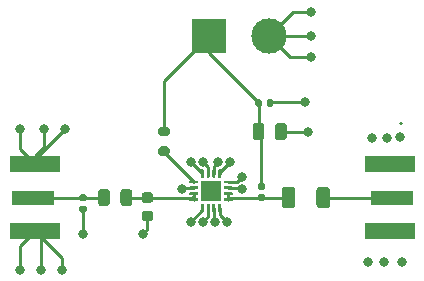
<source format=gtl>
%TF.GenerationSoftware,KiCad,Pcbnew,(5.1.9)-1*%
%TF.CreationDate,2021-06-07T18:16:05+02:00*%
%TF.ProjectId,AmplificadorV1,416d706c-6966-4696-9361-646f7256312e,rev?*%
%TF.SameCoordinates,Original*%
%TF.FileFunction,Copper,L1,Top*%
%TF.FilePolarity,Positive*%
%FSLAX46Y46*%
G04 Gerber Fmt 4.6, Leading zero omitted, Abs format (unit mm)*
G04 Created by KiCad (PCBNEW (5.1.9)-1) date 2021-06-07 18:16:05*
%MOMM*%
%LPD*%
G01*
G04 APERTURE LIST*
%TA.AperFunction,SMDPad,CuDef*%
%ADD10R,3.600000X1.270000*%
%TD*%
%TA.AperFunction,SMDPad,CuDef*%
%ADD11R,4.200000X1.350000*%
%TD*%
%TA.AperFunction,SMDPad,CuDef*%
%ADD12R,1.750000X1.750000*%
%TD*%
%TA.AperFunction,ComponentPad*%
%ADD13C,3.000000*%
%TD*%
%TA.AperFunction,ComponentPad*%
%ADD14R,3.000000X3.000000*%
%TD*%
%TA.AperFunction,ViaPad*%
%ADD15C,0.800000*%
%TD*%
%TA.AperFunction,Conductor*%
%ADD16C,0.250000*%
%TD*%
%TA.AperFunction,Conductor*%
%ADD17C,0.293370*%
%TD*%
G04 APERTURE END LIST*
D10*
%TO.P,J3,1*%
%TO.N,Net-(18pF1-Pad1)*%
X175006000Y-101600000D03*
D11*
%TO.P,J3,2*%
%TO.N,GND*%
X174806000Y-98775000D03*
X174806000Y-104425000D03*
%TD*%
D10*
%TO.P,J1,1*%
%TO.N,se\u00F1al*%
X144580000Y-101600000D03*
D11*
%TO.P,J1,2*%
%TO.N,GND*%
X144780000Y-104425000D03*
X144780000Y-98775000D03*
%TD*%
D12*
%TO.P,U1,17*%
%TO.N,N/C*%
X159690000Y-101030500D03*
%TO.P,U1,16*%
%TO.N,Net-(U1-Pad16)*%
%TA.AperFunction,SMDPad,CuDef*%
G36*
G01*
X158815000Y-99893000D02*
X158815000Y-99243000D01*
G75*
G02*
X158877500Y-99180500I62500J0D01*
G01*
X159002500Y-99180500D01*
G75*
G02*
X159065000Y-99243000I0J-62500D01*
G01*
X159065000Y-99893000D01*
G75*
G02*
X159002500Y-99955500I-62500J0D01*
G01*
X158877500Y-99955500D01*
G75*
G02*
X158815000Y-99893000I0J62500D01*
G01*
G37*
%TD.AperFunction*%
%TO.P,U1,15*%
%TO.N,Net-(U1-Pad15)*%
%TA.AperFunction,SMDPad,CuDef*%
G36*
G01*
X159315000Y-99893000D02*
X159315000Y-99243000D01*
G75*
G02*
X159377500Y-99180500I62500J0D01*
G01*
X159502500Y-99180500D01*
G75*
G02*
X159565000Y-99243000I0J-62500D01*
G01*
X159565000Y-99893000D01*
G75*
G02*
X159502500Y-99955500I-62500J0D01*
G01*
X159377500Y-99955500D01*
G75*
G02*
X159315000Y-99893000I0J62500D01*
G01*
G37*
%TD.AperFunction*%
%TO.P,U1,14*%
%TO.N,Net-(U1-Pad14)*%
%TA.AperFunction,SMDPad,CuDef*%
G36*
G01*
X159815000Y-99893000D02*
X159815000Y-99243000D01*
G75*
G02*
X159877500Y-99180500I62500J0D01*
G01*
X160002500Y-99180500D01*
G75*
G02*
X160065000Y-99243000I0J-62500D01*
G01*
X160065000Y-99893000D01*
G75*
G02*
X160002500Y-99955500I-62500J0D01*
G01*
X159877500Y-99955500D01*
G75*
G02*
X159815000Y-99893000I0J62500D01*
G01*
G37*
%TD.AperFunction*%
%TO.P,U1,13*%
%TO.N,Net-(U1-Pad13)*%
%TA.AperFunction,SMDPad,CuDef*%
G36*
G01*
X160315000Y-99893000D02*
X160315000Y-99243000D01*
G75*
G02*
X160377500Y-99180500I62500J0D01*
G01*
X160502500Y-99180500D01*
G75*
G02*
X160565000Y-99243000I0J-62500D01*
G01*
X160565000Y-99893000D01*
G75*
G02*
X160502500Y-99955500I-62500J0D01*
G01*
X160377500Y-99955500D01*
G75*
G02*
X160315000Y-99893000I0J62500D01*
G01*
G37*
%TD.AperFunction*%
%TO.P,U1,12*%
%TO.N,Net-(U1-Pad12)*%
%TA.AperFunction,SMDPad,CuDef*%
G36*
G01*
X160765000Y-100343000D02*
X160765000Y-100218000D01*
G75*
G02*
X160827500Y-100155500I62500J0D01*
G01*
X161477500Y-100155500D01*
G75*
G02*
X161540000Y-100218000I0J-62500D01*
G01*
X161540000Y-100343000D01*
G75*
G02*
X161477500Y-100405500I-62500J0D01*
G01*
X160827500Y-100405500D01*
G75*
G02*
X160765000Y-100343000I0J62500D01*
G01*
G37*
%TD.AperFunction*%
%TO.P,U1,11*%
%TO.N,Net-(U1-Pad11)*%
%TA.AperFunction,SMDPad,CuDef*%
G36*
G01*
X160765000Y-100843000D02*
X160765000Y-100718000D01*
G75*
G02*
X160827500Y-100655500I62500J0D01*
G01*
X161477500Y-100655500D01*
G75*
G02*
X161540000Y-100718000I0J-62500D01*
G01*
X161540000Y-100843000D01*
G75*
G02*
X161477500Y-100905500I-62500J0D01*
G01*
X160827500Y-100905500D01*
G75*
G02*
X160765000Y-100843000I0J62500D01*
G01*
G37*
%TD.AperFunction*%
%TO.P,U1,10*%
%TO.N,se\u00F1al*%
%TA.AperFunction,SMDPad,CuDef*%
G36*
G01*
X160765000Y-101343000D02*
X160765000Y-101218000D01*
G75*
G02*
X160827500Y-101155500I62500J0D01*
G01*
X161477500Y-101155500D01*
G75*
G02*
X161540000Y-101218000I0J-62500D01*
G01*
X161540000Y-101343000D01*
G75*
G02*
X161477500Y-101405500I-62500J0D01*
G01*
X160827500Y-101405500D01*
G75*
G02*
X160765000Y-101343000I0J62500D01*
G01*
G37*
%TD.AperFunction*%
%TO.P,U1,9*%
%TA.AperFunction,SMDPad,CuDef*%
G36*
G01*
X160765000Y-101843000D02*
X160765000Y-101718000D01*
G75*
G02*
X160827500Y-101655500I62500J0D01*
G01*
X161477500Y-101655500D01*
G75*
G02*
X161540000Y-101718000I0J-62500D01*
G01*
X161540000Y-101843000D01*
G75*
G02*
X161477500Y-101905500I-62500J0D01*
G01*
X160827500Y-101905500D01*
G75*
G02*
X160765000Y-101843000I0J62500D01*
G01*
G37*
%TD.AperFunction*%
%TO.P,U1,8*%
%TO.N,Net-(U1-Pad8)*%
%TA.AperFunction,SMDPad,CuDef*%
G36*
G01*
X160315000Y-102818000D02*
X160315000Y-102168000D01*
G75*
G02*
X160377500Y-102105500I62500J0D01*
G01*
X160502500Y-102105500D01*
G75*
G02*
X160565000Y-102168000I0J-62500D01*
G01*
X160565000Y-102818000D01*
G75*
G02*
X160502500Y-102880500I-62500J0D01*
G01*
X160377500Y-102880500D01*
G75*
G02*
X160315000Y-102818000I0J62500D01*
G01*
G37*
%TD.AperFunction*%
%TO.P,U1,7*%
%TO.N,Net-(U1-Pad7)*%
%TA.AperFunction,SMDPad,CuDef*%
G36*
G01*
X159815000Y-102818000D02*
X159815000Y-102168000D01*
G75*
G02*
X159877500Y-102105500I62500J0D01*
G01*
X160002500Y-102105500D01*
G75*
G02*
X160065000Y-102168000I0J-62500D01*
G01*
X160065000Y-102818000D01*
G75*
G02*
X160002500Y-102880500I-62500J0D01*
G01*
X159877500Y-102880500D01*
G75*
G02*
X159815000Y-102818000I0J62500D01*
G01*
G37*
%TD.AperFunction*%
%TO.P,U1,6*%
%TO.N,Net-(U1-Pad6)*%
%TA.AperFunction,SMDPad,CuDef*%
G36*
G01*
X159315000Y-102818000D02*
X159315000Y-102168000D01*
G75*
G02*
X159377500Y-102105500I62500J0D01*
G01*
X159502500Y-102105500D01*
G75*
G02*
X159565000Y-102168000I0J-62500D01*
G01*
X159565000Y-102818000D01*
G75*
G02*
X159502500Y-102880500I-62500J0D01*
G01*
X159377500Y-102880500D01*
G75*
G02*
X159315000Y-102818000I0J62500D01*
G01*
G37*
%TD.AperFunction*%
%TO.P,U1,5*%
%TO.N,Net-(U1-Pad5)*%
%TA.AperFunction,SMDPad,CuDef*%
G36*
G01*
X158815000Y-102818000D02*
X158815000Y-102168000D01*
G75*
G02*
X158877500Y-102105500I62500J0D01*
G01*
X159002500Y-102105500D01*
G75*
G02*
X159065000Y-102168000I0J-62500D01*
G01*
X159065000Y-102818000D01*
G75*
G02*
X159002500Y-102880500I-62500J0D01*
G01*
X158877500Y-102880500D01*
G75*
G02*
X158815000Y-102818000I0J62500D01*
G01*
G37*
%TD.AperFunction*%
%TO.P,U1,4*%
%TO.N,Net-(1.8pF1-Pad1)*%
%TA.AperFunction,SMDPad,CuDef*%
G36*
G01*
X157840000Y-101843000D02*
X157840000Y-101718000D01*
G75*
G02*
X157902500Y-101655500I62500J0D01*
G01*
X158552500Y-101655500D01*
G75*
G02*
X158615000Y-101718000I0J-62500D01*
G01*
X158615000Y-101843000D01*
G75*
G02*
X158552500Y-101905500I-62500J0D01*
G01*
X157902500Y-101905500D01*
G75*
G02*
X157840000Y-101843000I0J62500D01*
G01*
G37*
%TD.AperFunction*%
%TO.P,U1,3*%
%TA.AperFunction,SMDPad,CuDef*%
G36*
G01*
X157840000Y-101343000D02*
X157840000Y-101218000D01*
G75*
G02*
X157902500Y-101155500I62500J0D01*
G01*
X158552500Y-101155500D01*
G75*
G02*
X158615000Y-101218000I0J-62500D01*
G01*
X158615000Y-101343000D01*
G75*
G02*
X158552500Y-101405500I-62500J0D01*
G01*
X157902500Y-101405500D01*
G75*
G02*
X157840000Y-101343000I0J62500D01*
G01*
G37*
%TD.AperFunction*%
%TO.P,U1,2*%
%TO.N,Net-(U1-Pad2)*%
%TA.AperFunction,SMDPad,CuDef*%
G36*
G01*
X157840000Y-100843000D02*
X157840000Y-100718000D01*
G75*
G02*
X157902500Y-100655500I62500J0D01*
G01*
X158552500Y-100655500D01*
G75*
G02*
X158615000Y-100718000I0J-62500D01*
G01*
X158615000Y-100843000D01*
G75*
G02*
X158552500Y-100905500I-62500J0D01*
G01*
X157902500Y-100905500D01*
G75*
G02*
X157840000Y-100843000I0J62500D01*
G01*
G37*
%TD.AperFunction*%
%TO.P,U1,1*%
%TO.N,Net-(R1-Pad1)*%
%TA.AperFunction,SMDPad,CuDef*%
G36*
G01*
X157840000Y-100343000D02*
X157840000Y-100218000D01*
G75*
G02*
X157902500Y-100155500I62500J0D01*
G01*
X158552500Y-100155500D01*
G75*
G02*
X158615000Y-100218000I0J-62500D01*
G01*
X158615000Y-100343000D01*
G75*
G02*
X158552500Y-100405500I-62500J0D01*
G01*
X157902500Y-100405500D01*
G75*
G02*
X157840000Y-100343000I0J62500D01*
G01*
G37*
%TD.AperFunction*%
%TD*%
%TO.P,R1,2*%
%TO.N,VDD*%
%TA.AperFunction,SMDPad,CuDef*%
G36*
G01*
X155977000Y-96412000D02*
X155427000Y-96412000D01*
G75*
G02*
X155227000Y-96212000I0J200000D01*
G01*
X155227000Y-95812000D01*
G75*
G02*
X155427000Y-95612000I200000J0D01*
G01*
X155977000Y-95612000D01*
G75*
G02*
X156177000Y-95812000I0J-200000D01*
G01*
X156177000Y-96212000D01*
G75*
G02*
X155977000Y-96412000I-200000J0D01*
G01*
G37*
%TD.AperFunction*%
%TO.P,R1,1*%
%TO.N,Net-(R1-Pad1)*%
%TA.AperFunction,SMDPad,CuDef*%
G36*
G01*
X155977000Y-98062000D02*
X155427000Y-98062000D01*
G75*
G02*
X155227000Y-97862000I0J200000D01*
G01*
X155227000Y-97462000D01*
G75*
G02*
X155427000Y-97262000I200000J0D01*
G01*
X155977000Y-97262000D01*
G75*
G02*
X156177000Y-97462000I0J-200000D01*
G01*
X156177000Y-97862000D01*
G75*
G02*
X155977000Y-98062000I-200000J0D01*
G01*
G37*
%TD.AperFunction*%
%TD*%
D13*
%TO.P,J2,2*%
%TO.N,GND*%
X164592000Y-87884000D03*
D14*
%TO.P,J2,1*%
%TO.N,VDD*%
X159512000Y-87884000D03*
%TD*%
%TO.P,33nH1,2*%
%TO.N,GND*%
%TA.AperFunction,SMDPad,CuDef*%
G36*
G01*
X148671500Y-102298000D02*
X149016500Y-102298000D01*
G75*
G02*
X149164000Y-102445500I0J-147500D01*
G01*
X149164000Y-102740500D01*
G75*
G02*
X149016500Y-102888000I-147500J0D01*
G01*
X148671500Y-102888000D01*
G75*
G02*
X148524000Y-102740500I0J147500D01*
G01*
X148524000Y-102445500D01*
G75*
G02*
X148671500Y-102298000I147500J0D01*
G01*
G37*
%TD.AperFunction*%
%TO.P,33nH1,1*%
%TO.N,se\u00F1al*%
%TA.AperFunction,SMDPad,CuDef*%
G36*
G01*
X148671500Y-101328000D02*
X149016500Y-101328000D01*
G75*
G02*
X149164000Y-101475500I0J-147500D01*
G01*
X149164000Y-101770500D01*
G75*
G02*
X149016500Y-101918000I-147500J0D01*
G01*
X148671500Y-101918000D01*
G75*
G02*
X148524000Y-101770500I0J147500D01*
G01*
X148524000Y-101475500D01*
G75*
G02*
X148671500Y-101328000I147500J0D01*
G01*
G37*
%TD.AperFunction*%
%TD*%
%TO.P,2.0pF1,2*%
%TO.N,se\u00F1al*%
%TA.AperFunction,SMDPad,CuDef*%
G36*
G01*
X151122000Y-101125000D02*
X151122000Y-102075000D01*
G75*
G02*
X150872000Y-102325000I-250000J0D01*
G01*
X150372000Y-102325000D01*
G75*
G02*
X150122000Y-102075000I0J250000D01*
G01*
X150122000Y-101125000D01*
G75*
G02*
X150372000Y-100875000I250000J0D01*
G01*
X150872000Y-100875000D01*
G75*
G02*
X151122000Y-101125000I0J-250000D01*
G01*
G37*
%TD.AperFunction*%
%TO.P,2.0pF1,1*%
%TO.N,Net-(1.8pF1-Pad1)*%
%TA.AperFunction,SMDPad,CuDef*%
G36*
G01*
X153022000Y-101125000D02*
X153022000Y-102075000D01*
G75*
G02*
X152772000Y-102325000I-250000J0D01*
G01*
X152272000Y-102325000D01*
G75*
G02*
X152022000Y-102075000I0J250000D01*
G01*
X152022000Y-101125000D01*
G75*
G02*
X152272000Y-100875000I250000J0D01*
G01*
X152772000Y-100875000D01*
G75*
G02*
X153022000Y-101125000I0J-250000D01*
G01*
G37*
%TD.AperFunction*%
%TD*%
%TO.P,18pF1,2*%
%TO.N,se\u00F1al*%
%TA.AperFunction,SMDPad,CuDef*%
G36*
G01*
X166818000Y-100949999D02*
X166818000Y-102250001D01*
G75*
G02*
X166568001Y-102500000I-249999J0D01*
G01*
X165917999Y-102500000D01*
G75*
G02*
X165668000Y-102250001I0J249999D01*
G01*
X165668000Y-100949999D01*
G75*
G02*
X165917999Y-100700000I249999J0D01*
G01*
X166568001Y-100700000D01*
G75*
G02*
X166818000Y-100949999I0J-249999D01*
G01*
G37*
%TD.AperFunction*%
%TO.P,18pF1,1*%
%TO.N,Net-(18pF1-Pad1)*%
%TA.AperFunction,SMDPad,CuDef*%
G36*
G01*
X169768000Y-100949999D02*
X169768000Y-102250001D01*
G75*
G02*
X169518001Y-102500000I-249999J0D01*
G01*
X168867999Y-102500000D01*
G75*
G02*
X168618000Y-102250001I0J249999D01*
G01*
X168618000Y-100949999D01*
G75*
G02*
X168867999Y-100700000I249999J0D01*
G01*
X169518001Y-100700000D01*
G75*
G02*
X169768000Y-100949999I0J-249999D01*
G01*
G37*
%TD.AperFunction*%
%TD*%
%TO.P,15nH1,2*%
%TO.N,VDD*%
%TA.AperFunction,SMDPad,CuDef*%
G36*
G01*
X164129500Y-100925000D02*
X163784500Y-100925000D01*
G75*
G02*
X163637000Y-100777500I0J147500D01*
G01*
X163637000Y-100482500D01*
G75*
G02*
X163784500Y-100335000I147500J0D01*
G01*
X164129500Y-100335000D01*
G75*
G02*
X164277000Y-100482500I0J-147500D01*
G01*
X164277000Y-100777500D01*
G75*
G02*
X164129500Y-100925000I-147500J0D01*
G01*
G37*
%TD.AperFunction*%
%TO.P,15nH1,1*%
%TO.N,se\u00F1al*%
%TA.AperFunction,SMDPad,CuDef*%
G36*
G01*
X164129500Y-101895000D02*
X163784500Y-101895000D01*
G75*
G02*
X163637000Y-101747500I0J147500D01*
G01*
X163637000Y-101452500D01*
G75*
G02*
X163784500Y-101305000I147500J0D01*
G01*
X164129500Y-101305000D01*
G75*
G02*
X164277000Y-101452500I0J-147500D01*
G01*
X164277000Y-101747500D01*
G75*
G02*
X164129500Y-101895000I-147500J0D01*
G01*
G37*
%TD.AperFunction*%
%TD*%
%TO.P,100pF1,2*%
%TO.N,VDD*%
%TA.AperFunction,SMDPad,CuDef*%
G36*
G01*
X164203000Y-95537000D02*
X164203000Y-96487000D01*
G75*
G02*
X163953000Y-96737000I-250000J0D01*
G01*
X163453000Y-96737000D01*
G75*
G02*
X163203000Y-96487000I0J250000D01*
G01*
X163203000Y-95537000D01*
G75*
G02*
X163453000Y-95287000I250000J0D01*
G01*
X163953000Y-95287000D01*
G75*
G02*
X164203000Y-95537000I0J-250000D01*
G01*
G37*
%TD.AperFunction*%
%TO.P,100pF1,1*%
%TO.N,GND*%
%TA.AperFunction,SMDPad,CuDef*%
G36*
G01*
X166103000Y-95537000D02*
X166103000Y-96487000D01*
G75*
G02*
X165853000Y-96737000I-250000J0D01*
G01*
X165353000Y-96737000D01*
G75*
G02*
X165103000Y-96487000I0J250000D01*
G01*
X165103000Y-95537000D01*
G75*
G02*
X165353000Y-95287000I250000J0D01*
G01*
X165853000Y-95287000D01*
G75*
G02*
X166103000Y-95537000I0J-250000D01*
G01*
G37*
%TD.AperFunction*%
%TD*%
%TO.P,1.8pF1,2*%
%TO.N,GND*%
%TA.AperFunction,SMDPad,CuDef*%
G36*
G01*
X154055000Y-102700000D02*
X154555000Y-102700000D01*
G75*
G02*
X154780000Y-102925000I0J-225000D01*
G01*
X154780000Y-103375000D01*
G75*
G02*
X154555000Y-103600000I-225000J0D01*
G01*
X154055000Y-103600000D01*
G75*
G02*
X153830000Y-103375000I0J225000D01*
G01*
X153830000Y-102925000D01*
G75*
G02*
X154055000Y-102700000I225000J0D01*
G01*
G37*
%TD.AperFunction*%
%TO.P,1.8pF1,1*%
%TO.N,Net-(1.8pF1-Pad1)*%
%TA.AperFunction,SMDPad,CuDef*%
G36*
G01*
X154055000Y-101150000D02*
X154555000Y-101150000D01*
G75*
G02*
X154780000Y-101375000I0J-225000D01*
G01*
X154780000Y-101825000D01*
G75*
G02*
X154555000Y-102050000I-225000J0D01*
G01*
X154055000Y-102050000D01*
G75*
G02*
X153830000Y-101825000I0J225000D01*
G01*
X153830000Y-101375000D01*
G75*
G02*
X154055000Y-101150000I225000J0D01*
G01*
G37*
%TD.AperFunction*%
%TD*%
%TO.P,0.1uF1,2*%
%TO.N,VDD*%
%TA.AperFunction,SMDPad,CuDef*%
G36*
G01*
X164011000Y-93429000D02*
X164011000Y-93769000D01*
G75*
G02*
X163871000Y-93909000I-140000J0D01*
G01*
X163591000Y-93909000D01*
G75*
G02*
X163451000Y-93769000I0J140000D01*
G01*
X163451000Y-93429000D01*
G75*
G02*
X163591000Y-93289000I140000J0D01*
G01*
X163871000Y-93289000D01*
G75*
G02*
X164011000Y-93429000I0J-140000D01*
G01*
G37*
%TD.AperFunction*%
%TO.P,0.1uF1,1*%
%TO.N,GND*%
%TA.AperFunction,SMDPad,CuDef*%
G36*
G01*
X164971000Y-93429000D02*
X164971000Y-93769000D01*
G75*
G02*
X164831000Y-93909000I-140000J0D01*
G01*
X164551000Y-93909000D01*
G75*
G02*
X164411000Y-93769000I0J140000D01*
G01*
X164411000Y-93429000D01*
G75*
G02*
X164551000Y-93289000I140000J0D01*
G01*
X164831000Y-93289000D01*
G75*
G02*
X164971000Y-93429000I0J-140000D01*
G01*
G37*
%TD.AperFunction*%
%TD*%
D15*
%TO.N,*%
X159690000Y-101030500D03*
%TO.N,GND*%
X168148000Y-85852000D03*
X168148000Y-87884000D03*
X168148000Y-89662000D03*
X175691800Y-96484440D03*
X174360840Y-107045760D03*
X175828960Y-107035600D03*
X172953680Y-107045760D03*
X143510000Y-107696000D03*
X145288000Y-107696000D03*
X147066000Y-107696000D03*
X143510000Y-95758000D03*
X145542000Y-95758000D03*
X147320000Y-95758000D03*
%TO.N,Net-(U1-Pad16)*%
X157988000Y-98552000D03*
%TO.N,Net-(U1-Pad15)*%
X159004000Y-98552000D03*
%TO.N,Net-(U1-Pad13)*%
X161290000Y-98552000D03*
%TO.N,Net-(U1-Pad8)*%
X161036000Y-103632000D03*
%TO.N,Net-(U1-Pad6)*%
X159004000Y-103632000D03*
%TO.N,Net-(U1-Pad5)*%
X157988000Y-103632000D03*
%TO.N,GND*%
X167894000Y-96012000D03*
X173283880Y-96535240D03*
X174625000Y-96535240D03*
X148844000Y-104648000D03*
X153924000Y-104648000D03*
X167640000Y-93472000D03*
%TO.N,Net-(U1-Pad2)*%
X157226000Y-100838000D03*
%TO.N,Net-(U1-Pad7)*%
X160020000Y-103632000D03*
%TO.N,Net-(U1-Pad12)*%
X162306000Y-99822000D03*
%TO.N,Net-(U1-Pad11)*%
X162306000Y-100838000D03*
%TO.N,Net-(U1-Pad14)*%
X160274000Y-98552000D03*
%TD*%
D16*
%TO.N,*%
X159497500Y-100838000D02*
X159690000Y-101030500D01*
X159258000Y-100838000D02*
X159497500Y-100838000D01*
X159827500Y-101030500D02*
X160020000Y-100838000D01*
X159690000Y-101030500D02*
X159827500Y-101030500D01*
%TO.N,VDD*%
X155702000Y-91694000D02*
X159512000Y-87884000D01*
X155702000Y-96012000D02*
X155702000Y-91694000D01*
X163731000Y-95984000D02*
X163703000Y-96012000D01*
X163731000Y-93599000D02*
X163731000Y-95984000D01*
X159512000Y-89380000D02*
X163731000Y-93599000D01*
X159512000Y-87884000D02*
X159512000Y-89380000D01*
X163957000Y-96266000D02*
X163703000Y-96012000D01*
X163957000Y-100630000D02*
X163957000Y-96266000D01*
%TO.N,GND*%
X164818000Y-93472000D02*
X164691000Y-93599000D01*
X167640000Y-93472000D02*
X164818000Y-93472000D01*
X165603000Y-96012000D02*
X167894000Y-96012000D01*
X154305000Y-104267000D02*
X153924000Y-104648000D01*
X154305000Y-103150000D02*
X154305000Y-104267000D01*
X175720000Y-95298000D02*
X175768000Y-95250000D01*
X166624000Y-85852000D02*
X168148000Y-85852000D01*
X164592000Y-87884000D02*
X166624000Y-85852000D01*
X164592000Y-87884000D02*
X168148000Y-87884000D01*
X166370000Y-89662000D02*
X168148000Y-89662000D01*
X164592000Y-87884000D02*
X166370000Y-89662000D01*
X148844000Y-102593000D02*
X148844000Y-104648000D01*
X147066000Y-106711000D02*
X144780000Y-104425000D01*
X147066000Y-107696000D02*
X147066000Y-106711000D01*
X145288000Y-104933000D02*
X144780000Y-104425000D01*
X145288000Y-107696000D02*
X145288000Y-104933000D01*
X143510000Y-105695000D02*
X144780000Y-104425000D01*
X143510000Y-107696000D02*
X143510000Y-105695000D01*
X143510000Y-97505000D02*
X144780000Y-98775000D01*
X143510000Y-95758000D02*
X143510000Y-97505000D01*
X144780000Y-98298000D02*
X144780000Y-98775000D01*
X147320000Y-95758000D02*
X144780000Y-98298000D01*
X145542000Y-95758000D02*
X145542000Y-97282000D01*
X144780000Y-98044000D02*
X144780000Y-98775000D01*
X145542000Y-97282000D02*
X144780000Y-98044000D01*
%TO.N,Net-(U1-Pad16)*%
X158940000Y-99504000D02*
X157988000Y-98552000D01*
X158940000Y-99568000D02*
X158940000Y-99504000D01*
%TO.N,Net-(U1-Pad15)*%
X159440000Y-98988000D02*
X159004000Y-98552000D01*
X159440000Y-99568000D02*
X159440000Y-98988000D01*
%TO.N,Net-(U1-Pad14)*%
X159940000Y-98886000D02*
X160274000Y-98552000D01*
X159940000Y-99568000D02*
X159940000Y-98886000D01*
%TO.N,Net-(U1-Pad13)*%
X160440000Y-99402000D02*
X161290000Y-98552000D01*
X160440000Y-99568000D02*
X160440000Y-99402000D01*
%TO.N,Net-(U1-Pad12)*%
X161847500Y-100280500D02*
X162306000Y-99822000D01*
X161152500Y-100280500D02*
X161847500Y-100280500D01*
%TO.N,Net-(U1-Pad11)*%
X162248500Y-100780500D02*
X162306000Y-100838000D01*
X161152500Y-100780500D02*
X162248500Y-100780500D01*
%TO.N,Net-(U1-Pad6)*%
X159440000Y-103196000D02*
X159004000Y-103632000D01*
X159440000Y-102493000D02*
X159440000Y-103196000D01*
%TO.N,Net-(U1-Pad7)*%
X159940000Y-103552000D02*
X160020000Y-103632000D01*
X159940000Y-102493000D02*
X159940000Y-103552000D01*
%TO.N,Net-(U1-Pad8)*%
X160440000Y-103036000D02*
X161036000Y-103632000D01*
X160440000Y-102493000D02*
X160440000Y-103036000D01*
%TO.N,Net-(U1-Pad5)*%
X157988000Y-103632000D02*
X157988000Y-103445000D01*
X158940000Y-102680000D02*
X157988000Y-103632000D01*
X158940000Y-102493000D02*
X158940000Y-102680000D01*
%TO.N,Net-(U1-Pad2)*%
X157283500Y-100780500D02*
X157226000Y-100838000D01*
X158227500Y-100780500D02*
X157283500Y-100780500D01*
%TO.N,Net-(R1-Pad1)*%
X155702000Y-97755000D02*
X158227500Y-100280500D01*
X155702000Y-97662000D02*
X155702000Y-97755000D01*
D17*
%TO.N,Net-(1.8pF1-Pad1)*%
X158227500Y-101280500D02*
X158227500Y-101585500D01*
X158227500Y-101585500D02*
X158227500Y-101780500D01*
X158051810Y-101600000D02*
X154305000Y-101600000D01*
X158066310Y-101585500D02*
X158051810Y-101600000D01*
X158227500Y-101585500D02*
X158066310Y-101585500D01*
X154305000Y-101600000D02*
X152522000Y-101600000D01*
%TO.N,Net-(18pF1-Pad1)*%
X169193000Y-101600000D02*
X175006000Y-101600000D01*
%TO.N,se\u00F1al*%
X161152500Y-101280500D02*
X161152500Y-101589500D01*
X161152500Y-101589500D02*
X161152500Y-101780500D01*
X148867000Y-101600000D02*
X148844000Y-101623000D01*
X150622000Y-101600000D02*
X148867000Y-101600000D01*
X143533000Y-101623000D02*
X143510000Y-101600000D01*
X161163000Y-101600000D02*
X161152500Y-101589500D01*
X164084000Y-101600000D02*
X161163000Y-101600000D01*
X166243000Y-101600000D02*
X164084000Y-101600000D01*
X148821000Y-101600000D02*
X148844000Y-101623000D01*
X144580000Y-101600000D02*
X148821000Y-101600000D01*
%TD*%
M02*

</source>
